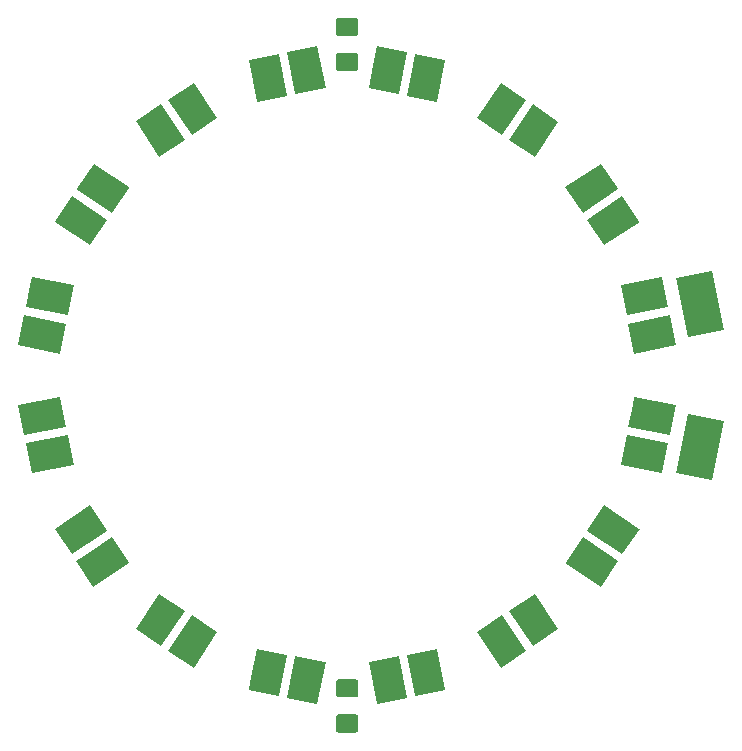
<source format=gbr>
G04 #@! TF.GenerationSoftware,KiCad,Pcbnew,(5.0.1)-4*
G04 #@! TF.CreationDate,2021-02-28T01:00:44+01:00*
G04 #@! TF.ProjectId,ringlight66,72696E676C6967687436362E6B696361,rev?*
G04 #@! TF.SameCoordinates,Original*
G04 #@! TF.FileFunction,Soldermask,Top*
G04 #@! TF.FilePolarity,Negative*
%FSLAX46Y46*%
G04 Gerber Fmt 4.6, Leading zero omitted, Abs format (unit mm)*
G04 Created by KiCad (PCBNEW (5.0.1)-4) date 28.02.2021 01:00:44*
%MOMM*%
%LPD*%
G01*
G04 APERTURE LIST*
%ADD10C,0.100000*%
G04 APERTURE END LIST*
D10*
G36*
X100775562Y-128728181D02*
X100810477Y-128738773D01*
X100842665Y-128755978D01*
X100870873Y-128779127D01*
X100894022Y-128807335D01*
X100911227Y-128839523D01*
X100921819Y-128874438D01*
X100926000Y-128916895D01*
X100926000Y-130058105D01*
X100921819Y-130100562D01*
X100911227Y-130135477D01*
X100894022Y-130167665D01*
X100870873Y-130195873D01*
X100842665Y-130219022D01*
X100810477Y-130236227D01*
X100775562Y-130246819D01*
X100733105Y-130251000D01*
X99266895Y-130251000D01*
X99224438Y-130246819D01*
X99189523Y-130236227D01*
X99157335Y-130219022D01*
X99129127Y-130195873D01*
X99105978Y-130167665D01*
X99088773Y-130135477D01*
X99078181Y-130100562D01*
X99074000Y-130058105D01*
X99074000Y-128916895D01*
X99078181Y-128874438D01*
X99088773Y-128839523D01*
X99105978Y-128807335D01*
X99129127Y-128779127D01*
X99157335Y-128755978D01*
X99189523Y-128738773D01*
X99224438Y-128728181D01*
X99266895Y-128724000D01*
X100733105Y-128724000D01*
X100775562Y-128728181D01*
X100775562Y-128728181D01*
G37*
G36*
X98148347Y-124306486D02*
X98176693Y-124312150D01*
X97470895Y-127844324D01*
X97470894Y-127844324D01*
X94919335Y-127334472D01*
X95182613Y-126016895D01*
X95625133Y-123802298D01*
X95625134Y-123802298D01*
X98148347Y-124306486D01*
X98148347Y-124306486D01*
G37*
G36*
X105077463Y-127334488D02*
X102525017Y-127839887D01*
X101825385Y-124306486D01*
X104377831Y-123801087D01*
X105077463Y-127334488D01*
X105077463Y-127334488D01*
G37*
G36*
X100775562Y-125753181D02*
X100810477Y-125763773D01*
X100842665Y-125780978D01*
X100870873Y-125804127D01*
X100894022Y-125832335D01*
X100911227Y-125864523D01*
X100921819Y-125899438D01*
X100926000Y-125941895D01*
X100926000Y-127083105D01*
X100921819Y-127125562D01*
X100911227Y-127160477D01*
X100894022Y-127192665D01*
X100870873Y-127220873D01*
X100842665Y-127244022D01*
X100810477Y-127261227D01*
X100775562Y-127271819D01*
X100733105Y-127276000D01*
X99266895Y-127276000D01*
X99224438Y-127271819D01*
X99189523Y-127261227D01*
X99157335Y-127244022D01*
X99129127Y-127220873D01*
X99105978Y-127192665D01*
X99088773Y-127160477D01*
X99078181Y-127125562D01*
X99074000Y-127083105D01*
X99074000Y-125941895D01*
X99078181Y-125899438D01*
X99088773Y-125864523D01*
X99105978Y-125832335D01*
X99129127Y-125804127D01*
X99157335Y-125780978D01*
X99189523Y-125763773D01*
X99224438Y-125753181D01*
X99266895Y-125749000D01*
X100733105Y-125749000D01*
X100775562Y-125753181D01*
X100775562Y-125753181D01*
G37*
G36*
X108314615Y-126693514D02*
X105762169Y-127198913D01*
X105062537Y-123665512D01*
X107614983Y-123160113D01*
X108314615Y-126693514D01*
X108314615Y-126693514D01*
G37*
G36*
X94940585Y-123665512D02*
X94940665Y-123665528D01*
X94234867Y-127197702D01*
X94234866Y-127197702D01*
X91683307Y-126687850D01*
X91817377Y-126016895D01*
X92389105Y-123155676D01*
X92389106Y-123155676D01*
X94940585Y-123665512D01*
X94940585Y-123665512D01*
G37*
G36*
X89014123Y-121765025D02*
X89014123Y-121765026D01*
X87010346Y-124758232D01*
X84848125Y-123310751D01*
X84848125Y-123310750D01*
X86851902Y-120317544D01*
X89014123Y-121765025D01*
X89014123Y-121765025D01*
G37*
G36*
X115148923Y-123311989D02*
X115148923Y-123311990D01*
X112984179Y-124755695D01*
X110985629Y-121758997D01*
X110985629Y-121758996D01*
X113150373Y-120315291D01*
X115148923Y-123311989D01*
X115148923Y-123311989D01*
G37*
G36*
X117894371Y-121481003D02*
X117894371Y-121481004D01*
X115729627Y-122924709D01*
X113731077Y-119928011D01*
X113731077Y-119928010D01*
X115895821Y-118484305D01*
X117894371Y-121481003D01*
X117894371Y-121481003D01*
G37*
G36*
X86271875Y-119929249D02*
X86271875Y-119929250D01*
X84268098Y-122922456D01*
X82105877Y-121474975D01*
X82105877Y-121474974D01*
X84109654Y-118481768D01*
X86271875Y-119929249D01*
X86271875Y-119929249D01*
G37*
G36*
X81404857Y-115729627D02*
X81515695Y-115895821D01*
X78518997Y-117894371D01*
X78518996Y-117894371D01*
X77075291Y-115729627D01*
X77946020Y-115148923D01*
X80071989Y-113731077D01*
X80071990Y-113731077D01*
X81404857Y-115729627D01*
X81404857Y-115729627D01*
G37*
G36*
X122051612Y-115148923D02*
X122922456Y-115731902D01*
X121474975Y-117894123D01*
X121474974Y-117894123D01*
X118481768Y-115890346D01*
X118589360Y-115729627D01*
X119929249Y-113728125D01*
X119929250Y-113728125D01*
X122051612Y-115148923D01*
X122051612Y-115148923D01*
G37*
G36*
X124750054Y-112984179D02*
X124758232Y-112989654D01*
X123310751Y-115151875D01*
X123310750Y-115151875D01*
X120317544Y-113148098D01*
X120427278Y-112984179D01*
X121765025Y-110985877D01*
X121765026Y-110985877D01*
X124750054Y-112984179D01*
X124750054Y-112984179D01*
G37*
G36*
X79573871Y-112984179D02*
X79684709Y-113150373D01*
X76688011Y-115148923D01*
X76688010Y-115148923D01*
X75244305Y-112984179D01*
X78241003Y-110985629D01*
X78241004Y-110985629D01*
X79573871Y-112984179D01*
X79573871Y-112984179D01*
G37*
G36*
X131916954Y-103898841D02*
X130925970Y-108903675D01*
X127883046Y-108301159D01*
X128874030Y-103296325D01*
X131916954Y-103898841D01*
X131916954Y-103898841D01*
G37*
G36*
X127197702Y-105765133D02*
X127197702Y-105765134D01*
X126690954Y-108301159D01*
X126687850Y-108316693D01*
X123155676Y-107610895D01*
X123665528Y-105059335D01*
X127197702Y-105765133D01*
X127197702Y-105765133D01*
G37*
G36*
X76839887Y-107614983D02*
X73306486Y-108314615D01*
X72801087Y-105762169D01*
X76334488Y-105062537D01*
X76839887Y-107614983D01*
X76839887Y-107614983D01*
G37*
G36*
X127844324Y-102529105D02*
X127334472Y-105080665D01*
X123802298Y-104374867D01*
X124171935Y-102525017D01*
X124312150Y-101823307D01*
X127844324Y-102529105D01*
X127844324Y-102529105D01*
G37*
G36*
X76198913Y-104377831D02*
X72665512Y-105077463D01*
X72160113Y-102525017D01*
X75693514Y-101825385D01*
X76198913Y-104377831D01*
X76198913Y-104377831D01*
G37*
G36*
X76197702Y-95625133D02*
X76197702Y-95625134D01*
X75687850Y-98176693D01*
X72155676Y-97470895D01*
X72665528Y-94919335D01*
X76197702Y-95625133D01*
X76197702Y-95625133D01*
G37*
G36*
X127839887Y-97474983D02*
X124306486Y-98174615D01*
X123801087Y-95622169D01*
X127334488Y-94922537D01*
X127839887Y-97474983D01*
X127839887Y-97474983D01*
G37*
G36*
X131916954Y-96201159D02*
X128874030Y-96803675D01*
X127883046Y-91798841D01*
X130925970Y-91196325D01*
X131916954Y-96201159D01*
X131916954Y-96201159D01*
G37*
G36*
X76844324Y-92389105D02*
X76334472Y-94940665D01*
X72802298Y-94234867D01*
X73171935Y-92385017D01*
X73312150Y-91683307D01*
X76844324Y-92389105D01*
X76844324Y-92389105D01*
G37*
G36*
X127198913Y-94237831D02*
X123665512Y-94937463D01*
X123160113Y-92385017D01*
X126693514Y-91685385D01*
X127198913Y-94237831D01*
X127198913Y-94237831D01*
G37*
G36*
X124644857Y-86849627D02*
X124755695Y-87015821D01*
X121758997Y-89014371D01*
X121758996Y-89014371D01*
X120315291Y-86849627D01*
X121186020Y-86268923D01*
X123311989Y-84851077D01*
X123311990Y-84851077D01*
X124644857Y-86849627D01*
X124644857Y-86849627D01*
G37*
G36*
X78811612Y-86268923D02*
X79682456Y-86851902D01*
X78234975Y-89014123D01*
X78234974Y-89014123D01*
X75241768Y-87010346D01*
X75349360Y-86849627D01*
X76689249Y-84848125D01*
X76689250Y-84848125D01*
X78811612Y-86268923D01*
X78811612Y-86268923D01*
G37*
G36*
X81510054Y-84104179D02*
X81518232Y-84109654D01*
X80070751Y-86271875D01*
X80070750Y-86271875D01*
X77077544Y-84268098D01*
X77187278Y-84104179D01*
X78525025Y-82105877D01*
X78525026Y-82105877D01*
X81510054Y-84104179D01*
X81510054Y-84104179D01*
G37*
G36*
X122813871Y-84104179D02*
X122924709Y-84270373D01*
X119928011Y-86268923D01*
X119928010Y-86268923D01*
X118484305Y-84104179D01*
X121481003Y-82105629D01*
X121481004Y-82105629D01*
X122813871Y-84104179D01*
X122813871Y-84104179D01*
G37*
G36*
X117894123Y-78525025D02*
X117894123Y-78525026D01*
X115890346Y-81518232D01*
X113728125Y-80070751D01*
X113728125Y-80070750D01*
X115731902Y-77077544D01*
X117894123Y-78525025D01*
X117894123Y-78525025D01*
G37*
G36*
X86268923Y-80071989D02*
X86268923Y-80071990D01*
X84104179Y-81515695D01*
X82105629Y-78518997D01*
X82105629Y-78518996D01*
X84270373Y-77075291D01*
X86268923Y-80071989D01*
X86268923Y-80071989D01*
G37*
G36*
X89014371Y-78241003D02*
X89014371Y-78241004D01*
X86849627Y-79684709D01*
X84851077Y-76688011D01*
X84851077Y-76688010D01*
X87015821Y-75244305D01*
X89014371Y-78241003D01*
X89014371Y-78241003D01*
G37*
G36*
X115151875Y-76689249D02*
X115151875Y-76689250D01*
X113148098Y-79682456D01*
X110985877Y-78234975D01*
X110985877Y-78234974D01*
X112989654Y-75241768D01*
X115151875Y-76689249D01*
X115151875Y-76689249D01*
G37*
G36*
X108288347Y-73306486D02*
X108316693Y-73312150D01*
X107610895Y-76844324D01*
X107610894Y-76844324D01*
X105059335Y-76334472D01*
X105475654Y-74251000D01*
X105765133Y-72802298D01*
X105765134Y-72802298D01*
X108288347Y-73306486D01*
X108288347Y-73306486D01*
G37*
G36*
X94937463Y-76334488D02*
X92385017Y-76839887D01*
X91685385Y-73306486D01*
X94237831Y-72801087D01*
X94937463Y-76334488D01*
X94937463Y-76334488D01*
G37*
G36*
X98174615Y-75693514D02*
X95622169Y-76198913D01*
X94922537Y-72665512D01*
X97474983Y-72160113D01*
X98174615Y-75693514D01*
X98174615Y-75693514D01*
G37*
G36*
X105080585Y-72665512D02*
X105080665Y-72665528D01*
X104374867Y-76197702D01*
X104374866Y-76197702D01*
X101823307Y-75687850D01*
X102110418Y-74251000D01*
X102529105Y-72155676D01*
X102529106Y-72155676D01*
X105080585Y-72665512D01*
X105080585Y-72665512D01*
G37*
G36*
X100775562Y-72728181D02*
X100810477Y-72738773D01*
X100842665Y-72755978D01*
X100870873Y-72779127D01*
X100894022Y-72807335D01*
X100911227Y-72839523D01*
X100921819Y-72874438D01*
X100926000Y-72916895D01*
X100926000Y-74058105D01*
X100921819Y-74100562D01*
X100911227Y-74135477D01*
X100894022Y-74167665D01*
X100870873Y-74195873D01*
X100842665Y-74219022D01*
X100810477Y-74236227D01*
X100775562Y-74246819D01*
X100733105Y-74251000D01*
X99266895Y-74251000D01*
X99224438Y-74246819D01*
X99189523Y-74236227D01*
X99157335Y-74219022D01*
X99129127Y-74195873D01*
X99105978Y-74167665D01*
X99088773Y-74135477D01*
X99078181Y-74100562D01*
X99074000Y-74058105D01*
X99074000Y-72916895D01*
X99078181Y-72874438D01*
X99088773Y-72839523D01*
X99105978Y-72807335D01*
X99129127Y-72779127D01*
X99157335Y-72755978D01*
X99189523Y-72738773D01*
X99224438Y-72728181D01*
X99266895Y-72724000D01*
X100733105Y-72724000D01*
X100775562Y-72728181D01*
X100775562Y-72728181D01*
G37*
G36*
X100775562Y-69753181D02*
X100810477Y-69763773D01*
X100842665Y-69780978D01*
X100870873Y-69804127D01*
X100894022Y-69832335D01*
X100911227Y-69864523D01*
X100921819Y-69899438D01*
X100926000Y-69941895D01*
X100926000Y-71083105D01*
X100921819Y-71125562D01*
X100911227Y-71160477D01*
X100894022Y-71192665D01*
X100870873Y-71220873D01*
X100842665Y-71244022D01*
X100810477Y-71261227D01*
X100775562Y-71271819D01*
X100733105Y-71276000D01*
X99266895Y-71276000D01*
X99224438Y-71271819D01*
X99189523Y-71261227D01*
X99157335Y-71244022D01*
X99129127Y-71220873D01*
X99105978Y-71192665D01*
X99088773Y-71160477D01*
X99078181Y-71125562D01*
X99074000Y-71083105D01*
X99074000Y-69941895D01*
X99078181Y-69899438D01*
X99088773Y-69864523D01*
X99105978Y-69832335D01*
X99129127Y-69804127D01*
X99157335Y-69780978D01*
X99189523Y-69763773D01*
X99224438Y-69753181D01*
X99266895Y-69749000D01*
X100733105Y-69749000D01*
X100775562Y-69753181D01*
X100775562Y-69753181D01*
G37*
M02*

</source>
